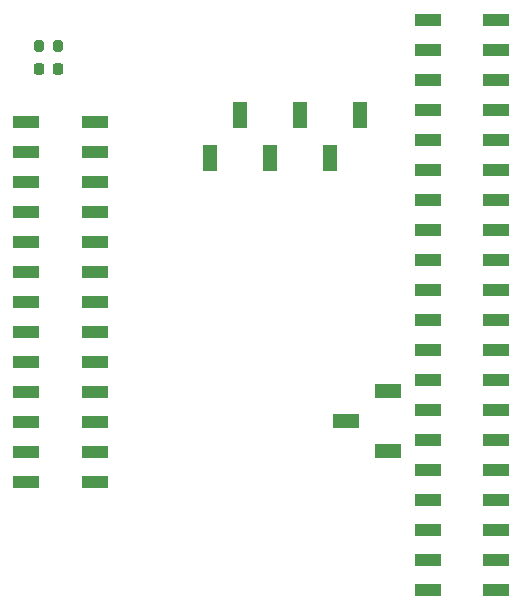
<source format=gtp>
G04 #@! TF.GenerationSoftware,KiCad,Pcbnew,(7.0.0-0)*
G04 #@! TF.CreationDate,2023-03-19T22:54:23+01:00*
G04 #@! TF.ProjectId,TinyLlama-Wavetable,54696e79-4c6c-4616-9d61-2d5761766574,rev?*
G04 #@! TF.SameCoordinates,Original*
G04 #@! TF.FileFunction,Paste,Top*
G04 #@! TF.FilePolarity,Positive*
%FSLAX46Y46*%
G04 Gerber Fmt 4.6, Leading zero omitted, Abs format (unit mm)*
G04 Created by KiCad (PCBNEW (7.0.0-0)) date 2023-03-19 22:54:23*
%MOMM*%
%LPD*%
G01*
G04 APERTURE LIST*
G04 Aperture macros list*
%AMRoundRect*
0 Rectangle with rounded corners*
0 $1 Rounding radius*
0 $2 $3 $4 $5 $6 $7 $8 $9 X,Y pos of 4 corners*
0 Add a 4 corners polygon primitive as box body*
4,1,4,$2,$3,$4,$5,$6,$7,$8,$9,$2,$3,0*
0 Add four circle primitives for the rounded corners*
1,1,$1+$1,$2,$3*
1,1,$1+$1,$4,$5*
1,1,$1+$1,$6,$7*
1,1,$1+$1,$8,$9*
0 Add four rect primitives between the rounded corners*
20,1,$1+$1,$2,$3,$4,$5,0*
20,1,$1+$1,$4,$5,$6,$7,0*
20,1,$1+$1,$6,$7,$8,$9,0*
20,1,$1+$1,$8,$9,$2,$3,0*%
G04 Aperture macros list end*
%ADD10R,2.300000X1.020000*%
%ADD11R,1.270000X2.200000*%
%ADD12RoundRect,0.225000X-0.225000X-0.250000X0.225000X-0.250000X0.225000X0.250000X-0.225000X0.250000X0*%
%ADD13RoundRect,0.200000X0.200000X0.275000X-0.200000X0.275000X-0.200000X-0.275000X0.200000X-0.275000X0*%
%ADD14R,2.200000X1.270000*%
G04 APERTURE END LIST*
D10*
X-31099999Y-14969999D03*
X-36899999Y-14969999D03*
X-31099999Y-12429999D03*
X-36899999Y-12429999D03*
X-31099999Y-9889999D03*
X-36899999Y-9889999D03*
X-31099999Y-7349999D03*
X-36899999Y-7349999D03*
X-31099999Y-4809999D03*
X-36899999Y-4809999D03*
X-31099999Y-2269999D03*
X-36899999Y-2269999D03*
X-31099999Y269999D03*
X-36899999Y269999D03*
X-31099999Y2809999D03*
X-36899999Y2809999D03*
X-31099999Y5349999D03*
X-36899999Y5349999D03*
X-31099999Y7889999D03*
X-36899999Y7889999D03*
X-31099999Y10429999D03*
X-36899999Y10429999D03*
X-31099999Y12969999D03*
X-36899999Y12969999D03*
X-31099999Y15509999D03*
X-36899999Y15509999D03*
D11*
X-8649999Y16104999D03*
X-11189999Y12504999D03*
X-13729999Y16104999D03*
X-16269999Y12504999D03*
X-18809999Y16104999D03*
X-21349999Y12504999D03*
D12*
X-35775000Y20000000D03*
X-34225000Y20000000D03*
D13*
X-34175000Y22000000D03*
X-35825000Y22000000D03*
D14*
X-6214999Y-12364999D03*
X-9814999Y-9824999D03*
X-6214999Y-7284999D03*
D10*
X-2899999Y24129999D03*
X2899999Y24129999D03*
X-2899999Y21589999D03*
X2899999Y21589999D03*
X-2899999Y19049999D03*
X2899999Y19049999D03*
X-2899999Y16509999D03*
X2899999Y16509999D03*
X-2899999Y13969999D03*
X2899999Y13969999D03*
X-2899999Y11429999D03*
X2899999Y11429999D03*
X-2899999Y8889999D03*
X2899999Y8889999D03*
X-2899999Y6349999D03*
X2899999Y6349999D03*
X-2899999Y3809999D03*
X2899999Y3809999D03*
X-2899999Y1269999D03*
X2899999Y1269999D03*
X-2899999Y-1269999D03*
X2899999Y-1269999D03*
X-2899999Y-3809999D03*
X2899999Y-3809999D03*
X-2899999Y-6349999D03*
X2899999Y-6349999D03*
X-2899999Y-8889999D03*
X2899999Y-8889999D03*
X-2899999Y-11429999D03*
X2899999Y-11429999D03*
X-2899999Y-13969999D03*
X2899999Y-13969999D03*
X-2899999Y-16509999D03*
X2899999Y-16509999D03*
X-2899999Y-19049999D03*
X2899999Y-19049999D03*
X-2899999Y-21589999D03*
X2899999Y-21589999D03*
X-2899999Y-24129999D03*
X2899999Y-24129999D03*
M02*

</source>
